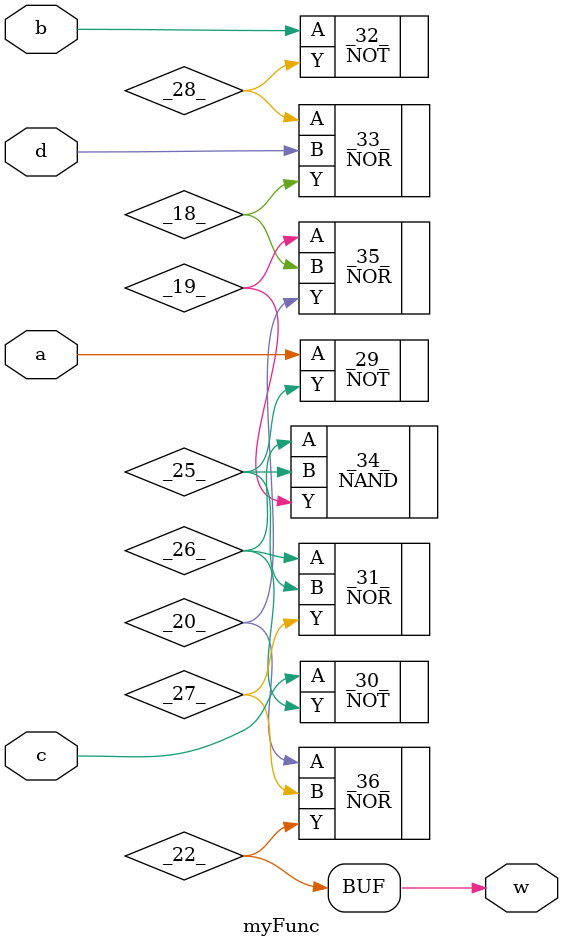
<source format=v>
/* Generated by Yosys 0.7 (git sha1 61f6811, i686-w64-mingw32.static-gcc 4.9.3 -Os) */

module myFunc(a, b, c, d, w);
  wire _00_;
  wire _01_;
  wire _02_;
  wire _03_;
  wire _04_;
  wire _05_;
  wire _06_;
  wire _07_;
  wire _08_;
  wire _09_;
  wire _10_;
  wire _11_;
  wire _12_;
  wire _13_;
  wire _14_;
  wire _15_;
  wire _16_;
  wire _17_;
  wire _18_;
  wire _19_;
  wire _20_;
  wire _21_;
  wire _22_;
  wire _23_;
  wire _24_;
  wire _25_;
  wire _26_;
  wire _27_;
  wire _28_;
  input a;
  input b;
  input c;
  input d;
  output w;
  NOT _29_ (
    .A(_21_),
    .Y(_25_)
  );
  NOT _30_ (
    .A(_23_),
    .Y(_26_)
  );
  NOR _31_ (
    .A(_26_),
    .B(_25_),
    .Y(_27_)
  );
  NOT _32_ (
    .A(_24_),
    .Y(_28_)
  );
  NOR _33_ (
    .A(_28_),
    .B(_17_),
    .Y(_18_)
  );
  NAND _34_ (
    .A(_26_),
    .B(_25_),
    .Y(_19_)
  );
  NOR _35_ (
    .A(_19_),
    .B(_18_),
    .Y(_20_)
  );
  NOR _36_ (
    .A(_20_),
    .B(_27_),
    .Y(_22_)
  );
  assign _17_ = d;
  assign _21_ = a;
  assign _23_ = c;
  assign _24_ = b;
  assign w = _22_;
endmodule

</source>
